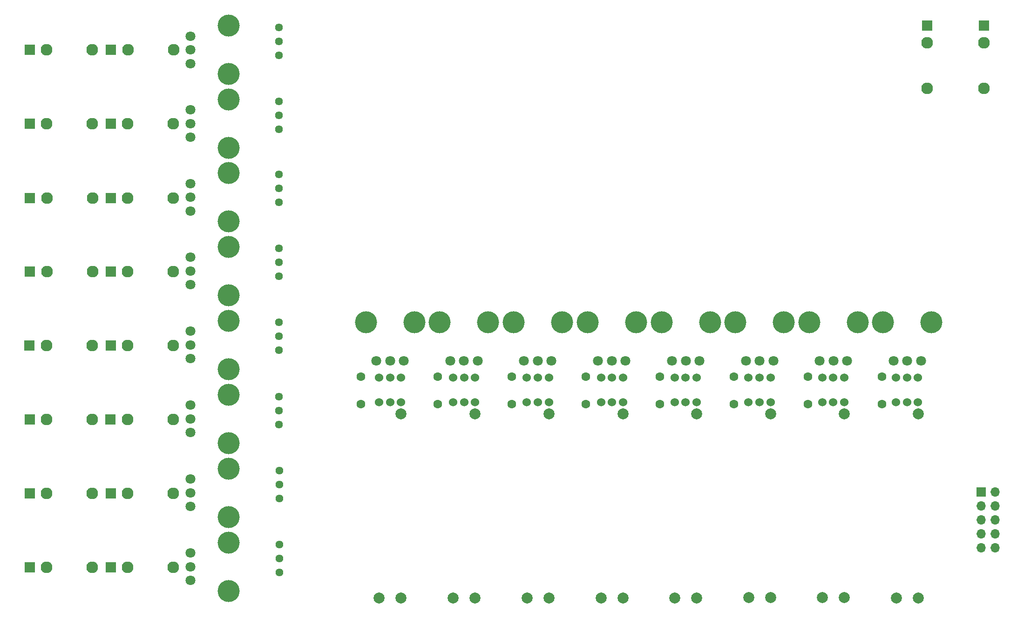
<source format=gbr>
%TF.GenerationSoftware,KiCad,Pcbnew,6.0.4-1.fc35*%
%TF.CreationDate,2022-05-28T16:25:33-04:00*%
%TF.ProjectId,kassuVCA,6b617373-7556-4434-912e-6b696361645f,rev?*%
%TF.SameCoordinates,Original*%
%TF.FileFunction,Soldermask,Top*%
%TF.FilePolarity,Negative*%
%FSLAX46Y46*%
G04 Gerber Fmt 4.6, Leading zero omitted, Abs format (unit mm)*
G04 Created by KiCad (PCBNEW 6.0.4-1.fc35) date 2022-05-28 16:25:33*
%MOMM*%
%LPD*%
G01*
G04 APERTURE LIST*
%ADD10C,2.000000*%
%ADD11C,1.440000*%
%ADD12C,4.000000*%
%ADD13C,1.800000*%
%ADD14C,2.130000*%
%ADD15R,1.930000X1.830000*%
%ADD16C,1.524000*%
%ADD17O,1.700000X1.700000*%
%ADD18R,1.700000X1.700000*%
%ADD19R,1.830000X1.930000*%
%ADD20C,1.600000*%
G04 APERTURE END LIST*
D10*
%TO.C,Level8*%
X188734200Y-98566000D03*
X184734200Y-132066000D03*
X188734200Y-132066000D03*
%TD*%
%TO.C,Level7*%
X175304200Y-132040600D03*
X171304200Y-132040600D03*
X175304200Y-98540600D03*
%TD*%
%TO.C,Level6*%
X161886400Y-132040600D03*
X157886400Y-132040600D03*
X161886400Y-98540600D03*
%TD*%
%TO.C,Level5*%
X148475200Y-98566000D03*
X144475200Y-132066000D03*
X148475200Y-132066000D03*
%TD*%
%TO.C,Level4*%
X135064000Y-132066000D03*
X131064000Y-132066000D03*
X135064000Y-98566000D03*
%TD*%
%TO.C,Level3*%
X121583200Y-132066000D03*
X117583200Y-132066000D03*
X121583200Y-98566000D03*
%TD*%
%TO.C,Level2*%
X108172000Y-132066000D03*
X104172000Y-132066000D03*
X108172000Y-98566000D03*
%TD*%
%TO.C,Level1*%
X94710000Y-132066000D03*
X90710000Y-132066000D03*
X94710000Y-98566000D03*
%TD*%
D11*
%TO.C,Trim8*%
X72539823Y-127412010D03*
X72539823Y-124872010D03*
X72539823Y-122332010D03*
%TD*%
%TO.C,Trim7*%
X72539823Y-113969682D03*
X72539823Y-111429682D03*
X72539823Y-108889682D03*
%TD*%
%TO.C,Trim6*%
X72513103Y-100485519D03*
X72513103Y-97945519D03*
X72513103Y-95405519D03*
%TD*%
%TO.C,Trim5*%
X72513103Y-87010957D03*
X72513103Y-84470957D03*
X72513103Y-81930957D03*
%TD*%
%TO.C,Trim4*%
X72517000Y-73533000D03*
X72517000Y-70993000D03*
X72517000Y-68453000D03*
%TD*%
%TO.C,Trim3*%
X72517000Y-60071000D03*
X72517000Y-57531000D03*
X72517000Y-54991000D03*
%TD*%
%TO.C,Trim2*%
X72517000Y-46736000D03*
X72517000Y-44196000D03*
X72517000Y-41656000D03*
%TD*%
%TO.C,Trim1*%
X72517000Y-33274000D03*
X72517000Y-30734000D03*
X72517000Y-28194000D03*
%TD*%
D12*
%TO.C,Pan8*%
X191115400Y-81904800D03*
X182315400Y-81904800D03*
D13*
X189215400Y-88904800D03*
X186715400Y-88904800D03*
X184215400Y-88904800D03*
%TD*%
D12*
%TO.C,Pan7*%
X177718800Y-81900000D03*
X168918800Y-81900000D03*
D13*
X175818800Y-88900000D03*
X173318800Y-88900000D03*
X170818800Y-88900000D03*
%TD*%
D12*
%TO.C,Pan6*%
X164307600Y-81900000D03*
X155507600Y-81900000D03*
D13*
X162407600Y-88900000D03*
X159907600Y-88900000D03*
X157407600Y-88900000D03*
%TD*%
%TO.C,Pan5*%
X143981800Y-88900000D03*
X146481800Y-88900000D03*
X148981800Y-88900000D03*
D12*
X142081800Y-81900000D03*
X150881800Y-81900000D03*
%TD*%
%TO.C,Pan4*%
X137409000Y-81900000D03*
X128609000Y-81900000D03*
D13*
X135509000Y-88900000D03*
X133009000Y-88900000D03*
X130509000Y-88900000D03*
%TD*%
D12*
%TO.C,Pan3*%
X123957800Y-81904800D03*
X115157800Y-81904800D03*
D13*
X122057800Y-88904800D03*
X119557800Y-88904800D03*
X117057800Y-88904800D03*
%TD*%
D12*
%TO.C,Pan2*%
X110521200Y-81904800D03*
X101721200Y-81904800D03*
D13*
X108621200Y-88904800D03*
X106121200Y-88904800D03*
X103621200Y-88904800D03*
%TD*%
D12*
%TO.C,Pan1*%
X97110000Y-81900000D03*
X88310000Y-81900000D03*
D13*
X95210000Y-88900000D03*
X92710000Y-88900000D03*
X90210000Y-88900000D03*
%TD*%
D14*
%TO.C,OutR301*%
X200699000Y-39313000D03*
D15*
X200699000Y-27913000D03*
D14*
X200699000Y-31013000D03*
%TD*%
%TO.C,OutL301*%
X190373000Y-39313000D03*
D15*
X190373000Y-27913000D03*
D14*
X190373000Y-31013000D03*
%TD*%
D16*
%TO.C,mute8*%
X184690000Y-91969200D03*
X186690000Y-91969200D03*
X188690000Y-91969200D03*
X188690000Y-96469200D03*
X186690000Y-96469200D03*
X184690000Y-96469200D03*
%TD*%
%TO.C,mute7*%
X171278800Y-91933200D03*
X173278800Y-91933200D03*
X175278800Y-91933200D03*
X175278800Y-96433200D03*
X173278800Y-96433200D03*
X171278800Y-96433200D03*
%TD*%
%TO.C,mute6*%
X157867600Y-91943800D03*
X159867600Y-91943800D03*
X161867600Y-91943800D03*
X161867600Y-96443800D03*
X159867600Y-96443800D03*
X157867600Y-96443800D03*
%TD*%
%TO.C,mute5*%
X144431000Y-91969200D03*
X146431000Y-91969200D03*
X148431000Y-91969200D03*
X148431000Y-96469200D03*
X146431000Y-96469200D03*
X144431000Y-96469200D03*
%TD*%
%TO.C,mute4*%
X131070600Y-91958600D03*
X133070600Y-91958600D03*
X135070600Y-91958600D03*
X135070600Y-96458600D03*
X133070600Y-96458600D03*
X131070600Y-96458600D03*
%TD*%
%TO.C,mute3*%
X117557800Y-91969200D03*
X119557800Y-91969200D03*
X121557800Y-91969200D03*
X121557800Y-96469200D03*
X119557800Y-96469200D03*
X117557800Y-96469200D03*
%TD*%
%TO.C,mute2*%
X104172000Y-91958600D03*
X106172000Y-91958600D03*
X108172000Y-91958600D03*
X108172000Y-96458600D03*
X106172000Y-96458600D03*
X104172000Y-96458600D03*
%TD*%
%TO.C,mute1*%
X90710000Y-91958600D03*
X92710000Y-91958600D03*
X94710000Y-91958600D03*
X94710000Y-96458600D03*
X92710000Y-96458600D03*
X90710000Y-96458600D03*
%TD*%
D17*
%TO.C,J201*%
X202692000Y-122936000D03*
X200152000Y-122936000D03*
X202692000Y-120396000D03*
X200152000Y-120396000D03*
X202692000Y-117856000D03*
X200152000Y-117856000D03*
X202692000Y-115316000D03*
X200152000Y-115316000D03*
X202692000Y-112776000D03*
D18*
X200152000Y-112776000D03*
%TD*%
D14*
%TO.C,In8*%
X38578000Y-126492000D03*
D19*
X27178000Y-126492000D03*
D14*
X30278000Y-126492000D03*
%TD*%
%TO.C,In7*%
X38578000Y-113030000D03*
D19*
X27178000Y-113030000D03*
D14*
X30278000Y-113030000D03*
%TD*%
%TO.C,In6*%
X38578000Y-99568000D03*
D19*
X27178000Y-99568000D03*
D14*
X30278000Y-99568000D03*
%TD*%
%TO.C,In5*%
X38526000Y-86106000D03*
D19*
X27126000Y-86106000D03*
D14*
X30226000Y-86106000D03*
%TD*%
%TO.C,IN4*%
X38608000Y-72644000D03*
D19*
X27208000Y-72644000D03*
D14*
X30308000Y-72644000D03*
%TD*%
%TO.C,IN3*%
X38608000Y-59309000D03*
D19*
X27208000Y-59309000D03*
D14*
X30308000Y-59309000D03*
%TD*%
%TO.C,IN2*%
X38578000Y-45720000D03*
D19*
X27178000Y-45720000D03*
D14*
X30278000Y-45720000D03*
%TD*%
%TO.C,IN1*%
X38578000Y-32258000D03*
D19*
X27178000Y-32258000D03*
D14*
X30278000Y-32258000D03*
%TD*%
D12*
%TO.C,CVAtten8*%
X63388000Y-130805000D03*
X63388000Y-122005000D03*
D13*
X56388000Y-128905000D03*
X56388000Y-126405000D03*
X56388000Y-123905000D03*
%TD*%
D12*
%TO.C,CVAtten7*%
X63388000Y-117343000D03*
X63388000Y-108543000D03*
D13*
X56388000Y-115443000D03*
X56388000Y-112943000D03*
X56388000Y-110443000D03*
%TD*%
D12*
%TO.C,CVAtten6*%
X63388000Y-103881000D03*
X63388000Y-95081000D03*
D13*
X56388000Y-101981000D03*
X56388000Y-99481000D03*
X56388000Y-96981000D03*
%TD*%
D12*
%TO.C,CVAtten5*%
X63373000Y-90419000D03*
X63373000Y-81619000D03*
D13*
X56373000Y-88519000D03*
X56373000Y-86019000D03*
X56373000Y-83519000D03*
%TD*%
D12*
%TO.C,CVAtten4*%
X63373000Y-76957000D03*
X63373000Y-68157000D03*
D13*
X56373000Y-75057000D03*
X56373000Y-72557000D03*
X56373000Y-70057000D03*
%TD*%
D12*
%TO.C,CVAtten3*%
X63373000Y-63537000D03*
X63373000Y-54737000D03*
D13*
X56373000Y-61637000D03*
X56373000Y-59137000D03*
X56373000Y-56637000D03*
%TD*%
D12*
%TO.C,CVAtten2*%
X63388000Y-50120000D03*
X63388000Y-41320000D03*
D13*
X56388000Y-48220000D03*
X56388000Y-45720000D03*
X56388000Y-43220000D03*
%TD*%
D12*
%TO.C,CVAtten1*%
X63388000Y-36698000D03*
X63388000Y-27898000D03*
D13*
X56388000Y-34798000D03*
X56388000Y-32298000D03*
X56388000Y-29798000D03*
%TD*%
D14*
%TO.C,CV8*%
X53310000Y-126492000D03*
D19*
X41910000Y-126492000D03*
D14*
X45010000Y-126492000D03*
%TD*%
%TO.C,CV7*%
X53310000Y-113030000D03*
D19*
X41910000Y-113030000D03*
D14*
X45010000Y-113030000D03*
%TD*%
%TO.C,CV6*%
X53258000Y-99568000D03*
D19*
X41858000Y-99568000D03*
D14*
X44958000Y-99568000D03*
%TD*%
%TO.C,CV5*%
X53310000Y-86106000D03*
D19*
X41910000Y-86106000D03*
D14*
X45010000Y-86106000D03*
%TD*%
%TO.C,CV4*%
X53310000Y-72644000D03*
D19*
X41910000Y-72644000D03*
D14*
X45010000Y-72644000D03*
%TD*%
%TO.C,CV3*%
X53310000Y-59309000D03*
D19*
X41910000Y-59309000D03*
D14*
X45010000Y-59309000D03*
%TD*%
%TO.C,CV2*%
X53310000Y-45720000D03*
D19*
X41910000Y-45720000D03*
D14*
X45010000Y-45720000D03*
%TD*%
%TO.C,CV1*%
X53340000Y-32258000D03*
D19*
X41940000Y-32258000D03*
D14*
X45040000Y-32258000D03*
%TD*%
D20*
%TO.C,C502*%
X128270000Y-91774000D03*
X128270000Y-96774000D03*
%TD*%
%TO.C,C501*%
X114808000Y-91774000D03*
X114808000Y-96774000D03*
%TD*%
%TO.C,C402*%
X101346000Y-91774000D03*
X101346000Y-96774000D03*
%TD*%
%TO.C,C401*%
X87376000Y-91774000D03*
X87376000Y-96774000D03*
%TD*%
%TO.C,C4*%
X182118000Y-91774000D03*
X182118000Y-96774000D03*
%TD*%
%TO.C,C3*%
X168656000Y-91774000D03*
X168656000Y-96774000D03*
%TD*%
%TO.C,C2*%
X155194000Y-91774000D03*
X155194000Y-96774000D03*
%TD*%
%TO.C,C1*%
X141732000Y-91774000D03*
X141732000Y-96774000D03*
%TD*%
M02*

</source>
